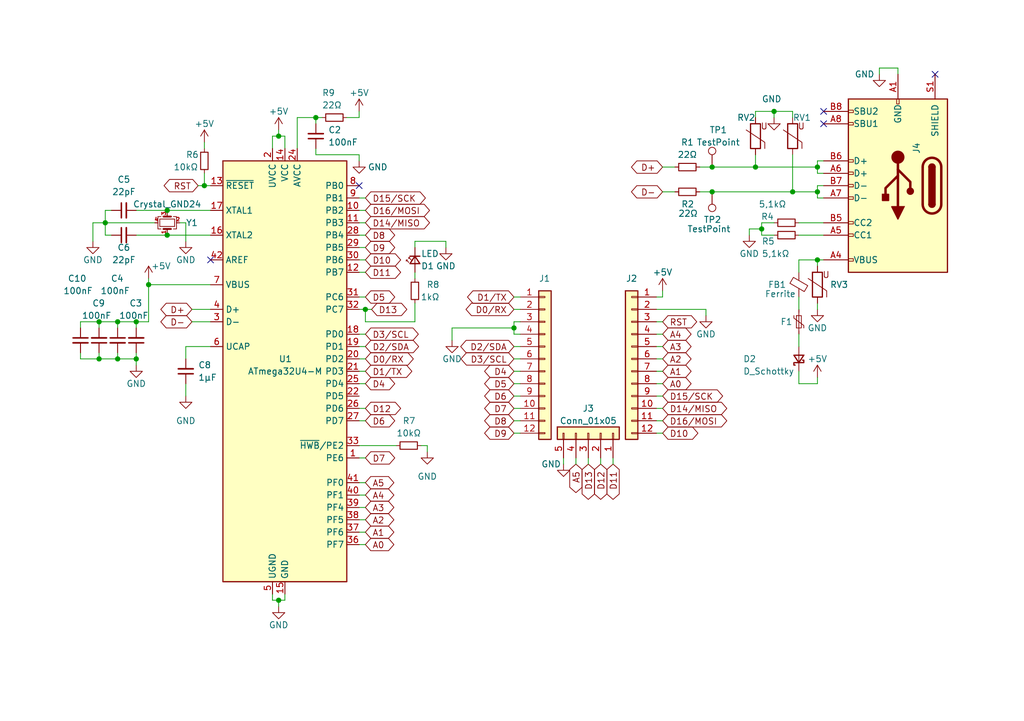
<source format=kicad_sch>
(kicad_sch (version 20211123) (generator eeschema)
  (paper "A5")
  (title_block (title "\"Epi\"") (date "2023-01-02") (rev "1,2,0") (company "Rasmus L."))
  (lib_symbols
    (symbol "Connector:TestPoint" (pin_numbers hide) (pin_names (offset 0.762) hide)
      (property "Reference" "TP" (at 0 6.858 0))
      (property "Value" "TestPoint" (at 0 5.08 0))
      (symbol "TestPoint_0_1"
        (circle (center 0 3.302) (radius 0.762))
      )
      (symbol "TestPoint_1_1"
        (pin passive line (at 0 0 90) (length 2.54) (name "1") (number "1"))
      )
    )
    (symbol "Connector:USB_C_Receptacle_USB2.0" (pin_names (offset 1.016))
      (property "Reference" "J" (at -10.16 19.05 0))
      (property "Value" "USB_C_Receptacle_USB2.0" (at 19.05 19.05 0))
      (symbol "USB_C_Receptacle_USB2.0_0_0"
        (rectangle (start -0.254 -17.78) (end 0.254 -16.764))
        (rectangle (start 10.16 -14.986) (end 9.144 -15.494))
        (rectangle (start 10.16 -12.446) (end 9.144 -12.954))
        (rectangle (start 10.16 -4.826) (end 9.144 -5.334))
        (rectangle (start 10.16 -2.286) (end 9.144 -2.794))
        (rectangle (start 10.16 0.254) (end 9.144 -0.254))
        (rectangle (start 10.16 2.794) (end 9.144 2.286))
        (rectangle (start 10.16 7.874) (end 9.144 7.366))
        (rectangle (start 10.16 10.414) (end 9.144 9.906))
        (rectangle (start 10.16 15.494) (end 9.144 14.986))
      )
      (symbol "USB_C_Receptacle_USB2.0_0_1"
        (rectangle (start -10.16 17.78) (end 10.16 -17.78) (stroke (width 0.254)) (fill (type background)))
        (arc (start -8.89 -3.81) (mid -6.985 -5.715) (end -5.08 -3.81) (stroke (width 0.508)))
        (arc (start -7.62 -3.81) (mid -6.985 -4.445) (end -6.35 -3.81) (stroke (width 0.254)))
        (arc (start -7.62 -3.81) (mid -6.985 -4.445) (end -6.35 -3.81) (stroke (width 0.254)) (fill (type outline)))
        (rectangle (start -7.62 -3.81) (end -6.35 3.81) (stroke (width 0.254)) (fill (type outline)))
        (arc (start -6.35 3.81) (mid -6.985 4.445) (end -7.62 3.81) (stroke (width 0.254)))
        (arc (start -6.35 3.81) (mid -6.985 4.445) (end -7.62 3.81) (stroke (width 0.254)) (fill (type outline)))
        (arc (start -5.08 3.81) (mid -6.985 5.715) (end -8.89 3.81) (stroke (width 0.508)))
        (circle (center -2.54 1.143) (radius 0.635) (stroke (width 0.254)) (fill (type outline)))
        (circle (center 0 -5.842) (radius 1.27) (fill (type outline)))
        (polyline (pts (xy -8.89 -3.81) (xy -8.89 3.81)) (stroke (width 0.508)))
        (polyline (pts (xy -5.08 3.81) (xy -5.08 -3.81)) (stroke (width 0.508)))
        (polyline (pts (xy 0 -5.842) (xy 0 4.318)) (stroke (width 0.508)))
        (polyline (pts (xy 0 -3.302) (xy -2.54 -0.762) (xy -2.54 0.508)) (stroke (width 0.508)))
        (polyline (pts (xy 0 -2.032) (xy 2.54 0.508) (xy 2.54 1.778)) (stroke (width 0.508)))
        (polyline (pts (xy -1.27 4.318) (xy 0 6.858) (xy 1.27 4.318) (xy -1.27 4.318)) (stroke (width 0.254)) (fill (type outline)))
        (rectangle (start 1.905 1.778) (end 3.175 3.048) (stroke (width 0.254)) (fill (type outline)))
      )
      (symbol "USB_C_Receptacle_USB2.0_1_1"
        (pin passive line (at 0 -22.86 90) (length 5.08) (name "GND") (number "A1"))
        (pin passive line (at 0 -22.86 90) (length 5.08) hide (name "GND") (number "A12"))
        (pin passive line (at 15.24 15.24 180) (length 5.08) (name "VBUS") (number "A4"))
        (pin bidirectional line (at 15.24 10.16 180) (length 5.08) (name "CC1") (number "A5"))
        (pin bidirectional line (at 15.24 -2.54 180) (length 5.08) (name "D+") (number "A6"))
        (pin bidirectional line (at 15.24 2.54 180) (length 5.08) (name "D-") (number "A7"))
        (pin bidirectional line (at 15.24 -12.7 180) (length 5.08) (name "SBU1") (number "A8"))
        (pin passive line (at 15.24 15.24 180) (length 5.08) hide (name "VBUS") (number "A9"))
        (pin passive line (at 0 -22.86 90) (length 5.08) hide (name "GND") (number "B1"))
        (pin passive line (at 0 -22.86 90) (length 5.08) hide (name "GND") (number "B12"))
        (pin passive line (at 15.24 15.24 180) (length 5.08) hide (name "VBUS") (number "B4"))
        (pin bidirectional line (at 15.24 7.62 180) (length 5.08) (name "CC2") (number "B5"))
        (pin bidirectional line (at 15.24 -5.08 180) (length 5.08) (name "D+") (number "B6"))
        (pin bidirectional line (at 15.24 0 180) (length 5.08) (name "D-") (number "B7"))
        (pin bidirectional line (at 15.24 -15.24 180) (length 5.08) (name "SBU2") (number "B8"))
        (pin passive line (at 15.24 15.24 180) (length 5.08) hide (name "VBUS") (number "B9"))
        (pin passive line (at -7.62 -22.86 90) (length 5.08) (name "SHIELD") (number "S1"))
      )
    )
    (symbol "Connector_Generic:Conn_01x05" (pin_names (offset 1.016) hide)
      (property "Reference" "J" (at 0 7.62 0))
      (property "Value" "Conn_01x05" (at 0 -7.62 0))
      (symbol "Conn_01x05_1_1"
        (rectangle (start -1.27 -4.953) (end 0 -5.207) (stroke (width 0.1524)))
        (rectangle (start -1.27 -2.413) (end 0 -2.667) (stroke (width 0.1524)))
        (rectangle (start -1.27 0.127) (end 0 -0.127) (stroke (width 0.1524)))
        (rectangle (start -1.27 2.667) (end 0 2.413) (stroke (width 0.1524)))
        (rectangle (start -1.27 5.207) (end 0 4.953) (stroke (width 0.1524)))
        (rectangle (start -1.27 6.35) (end 1.27 -6.35) (stroke (width 0.254)) (fill (type background)))
        (pin passive line (at -5.08 5.08 0) (length 3.81) (name "Pin_1") (number "1"))
        (pin passive line (at -5.08 2.54 0) (length 3.81) (name "Pin_2") (number "2"))
        (pin passive line (at -5.08 0 0) (length 3.81) (name "Pin_3") (number "3"))
        (pin passive line (at -5.08 -2.54 0) (length 3.81) (name "Pin_4") (number "4"))
        (pin passive line (at -5.08 -5.08 0) (length 3.81) (name "Pin_5") (number "5"))
      )
    )
    (symbol "Connector_Generic:Conn_01x12" (pin_names (offset 1.016) hide)
      (property "Reference" "J" (at 0 15.24 0))
      (property "Value" "Conn_01x12" (at 0 -17.78 0))
      (symbol "Conn_01x12_1_1"
        (rectangle (start -1.27 -15.113) (end 0 -15.367) (stroke (width 0.1524)))
        (rectangle (start -1.27 -12.573) (end 0 -12.827) (stroke (width 0.1524)))
        (rectangle (start -1.27 -10.033) (end 0 -10.287) (stroke (width 0.1524)))
        (rectangle (start -1.27 -7.493) (end 0 -7.747) (stroke (width 0.1524)))
        (rectangle (start -1.27 -4.953) (end 0 -5.207) (stroke (width 0.1524)))
        (rectangle (start -1.27 -2.413) (end 0 -2.667) (stroke (width 0.1524)))
        (rectangle (start -1.27 0.127) (end 0 -0.127) (stroke (width 0.1524)))
        (rectangle (start -1.27 2.667) (end 0 2.413) (stroke (width 0.1524)))
        (rectangle (start -1.27 5.207) (end 0 4.953) (stroke (width 0.1524)))
        (rectangle (start -1.27 7.747) (end 0 7.493) (stroke (width 0.1524)))
        (rectangle (start -1.27 10.287) (end 0 10.033) (stroke (width 0.1524)))
        (rectangle (start -1.27 12.827) (end 0 12.573) (stroke (width 0.1524)))
        (rectangle (start -1.27 13.97) (end 1.27 -16.51) (stroke (width 0.254)) (fill (type background)))
        (pin passive line (at -5.08 12.7 0) (length 3.81) (name "Pin_1") (number "1"))
        (pin passive line (at -5.08 -10.16 0) (length 3.81) (name "Pin_10") (number "10"))
        (pin passive line (at -5.08 -12.7 0) (length 3.81) (name "Pin_11") (number "11"))
        (pin passive line (at -5.08 -15.24 0) (length 3.81) (name "Pin_12") (number "12"))
        (pin passive line (at -5.08 10.16 0) (length 3.81) (name "Pin_2") (number "2"))
        (pin passive line (at -5.08 7.62 0) (length 3.81) (name "Pin_3") (number "3"))
        (pin passive line (at -5.08 5.08 0) (length 3.81) (name "Pin_4") (number "4"))
        (pin passive line (at -5.08 2.54 0) (length 3.81) (name "Pin_5") (number "5"))
        (pin passive line (at -5.08 0 0) (length 3.81) (name "Pin_6") (number "6"))
        (pin passive line (at -5.08 -2.54 0) (length 3.81) (name "Pin_7") (number "7"))
        (pin passive line (at -5.08 -5.08 0) (length 3.81) (name "Pin_8") (number "8"))
        (pin passive line (at -5.08 -7.62 0) (length 3.81) (name "Pin_9") (number "9"))
      )
    )
    (symbol "Device:C_Small" (pin_numbers hide) (pin_names (offset 0.254) hide)
      (property "Reference" "C" (at 0.254 1.778 0))
      (property "Value" "C_Small" (at 0.254 -2.032 0))
      (symbol "C_Small_0_1"
        (polyline (pts (xy -1.524 -0.508) (xy 1.524 -0.508)) (stroke (width 0.3302)))
        (polyline (pts (xy -1.524 0.508) (xy 1.524 0.508)) (stroke (width 0.3048)))
      )
      (symbol "C_Small_1_1"
        (pin passive line (at 0 2.54 270) (length 2.032) (name "~") (number "1"))
        (pin passive line (at 0 -2.54 90) (length 2.032) (name "~") (number "2"))
      )
    )
    (symbol "Device:Crystal_GND24_Small" (pin_names (offset 1.016) hide)
      (property "Reference" "Y" (at 1.27 4.445 0))
      (property "Value" "Crystal_GND24_Small" (at 1.27 2.54 0))
      (symbol "Crystal_GND24_Small_0_1"
        (rectangle (start -0.762 -1.524) (end 0.762 1.524))
        (polyline (pts (xy -1.27 -0.762) (xy -1.27 0.762)) (stroke (width 0.381)))
        (polyline (pts (xy 1.27 -0.762) (xy 1.27 0.762)) (stroke (width 0.381)))
        (polyline (pts (xy -1.27 -1.27) (xy -1.27 -1.905) (xy 1.27 -1.905) (xy 1.27 -1.27)))
        (polyline (pts (xy -1.27 1.27) (xy -1.27 1.905) (xy 1.27 1.905) (xy 1.27 1.27)))
      )
      (symbol "Crystal_GND24_Small_1_1"
        (pin passive line (at -2.54 0 0) (length 1.27) (name "1") (number "1"))
        (pin passive line (at 0 -2.54 90) (length 0.635) (name "2") (number "2"))
        (pin passive line (at 2.54 0 180) (length 1.27) (name "3") (number "3"))
        (pin passive line (at 0 2.54 270) (length 0.635) (name "4") (number "4"))
      )
    )
    (symbol "Device:D_Schottky_Small" (pin_numbers hide) (pin_names (offset 0.254) hide)
      (property "Reference" "D" (at -1.27 2.032 0))
      (property "Value" "D_Schottky_Small" (at -7.112 -2.032 0))
      (symbol "D_Schottky_Small_0_1"
        (polyline (pts (xy -0.762 0) (xy 0.762 0)))
        (polyline (pts (xy 0.762 -1.016) (xy -0.762 0) (xy 0.762 1.016) (xy 0.762 -1.016)) (stroke (width 0.254)))
        (polyline (pts (xy -1.27 0.762) (xy -1.27 1.016) (xy -0.762 1.016) (xy -0.762 -1.016) (xy -0.254 -1.016) (xy -0.254 -0.762)) (stroke (width 0.254)))
      )
      (symbol "D_Schottky_Small_1_1"
        (pin passive line (at -2.54 0 0) (length 1.778) (name "K") (number "1"))
        (pin passive line (at 2.54 0 180) (length 1.778) (name "A") (number "2"))
      )
    )
    (symbol "Device:FerriteBead_Small" (pin_numbers hide) (pin_names (offset 0))
      (property "Reference" "FB" (at 1.905 1.27 0))
      (property "Value" "FerriteBead_Small" (at 1.905 -1.27 0))
      (symbol "FerriteBead_Small_0_1"
        (polyline (pts (xy 0 -1.27) (xy 0 -0.7874)))
        (polyline (pts (xy 0 0.889) (xy 0 1.2954)))
        (polyline (pts (xy -1.8288 0.2794) (xy -1.1176 1.4986) (xy 1.8288 -0.2032) (xy 1.1176 -1.4224) (xy -1.8288 0.2794)))
      )
      (symbol "FerriteBead_Small_1_1"
        (pin passive line (at 0 2.54 270) (length 1.27) (name "~") (number "1"))
        (pin passive line (at 0 -2.54 90) (length 1.27) (name "~") (number "2"))
      )
    )
    (symbol "Device:LED_Small" (pin_numbers hide) (pin_names (offset 0.254) hide)
      (property "Reference" "D" (at -1.27 3.175 0))
      (property "Value" "LED_Small" (at -4.445 -2.54 0))
      (symbol "LED_Small_0_1"
        (polyline (pts (xy -0.762 -1.016) (xy -0.762 1.016)) (stroke (width 0.254)))
        (polyline (pts (xy 1.016 0) (xy -0.762 0)))
        (polyline (pts (xy 0.762 -1.016) (xy -0.762 0) (xy 0.762 1.016) (xy 0.762 -1.016)) (stroke (width 0.254)))
        (polyline (pts (xy 0 0.762) (xy -0.508 1.27) (xy -0.254 1.27) (xy -0.508 1.27) (xy -0.508 1.016)))
        (polyline (pts (xy 0.508 1.27) (xy 0 1.778) (xy 0.254 1.778) (xy 0 1.778) (xy 0 1.524)))
      )
      (symbol "LED_Small_1_1"
        (pin passive line (at -2.54 0 0) (length 1.778) (name "K") (number "1"))
        (pin passive line (at 2.54 0 180) (length 1.778) (name "A") (number "2"))
      )
    )
    (symbol "Device:Polyfuse_Small" (pin_numbers hide) (pin_names (offset 0))
      (property "Reference" "F" (at -1.905 0 90))
      (property "Value" "Polyfuse_Small" (at 1.905 0 90))
      (symbol "Polyfuse_Small_0_1"
        (rectangle (start -0.508 1.27) (end 0.508 -1.27))
        (polyline (pts (xy 0 2.54) (xy 0 -2.54)))
        (polyline (pts (xy -1.016 1.27) (xy -1.016 0.762) (xy 1.016 -0.762) (xy 1.016 -1.27)))
      )
      (symbol "Polyfuse_Small_1_1"
        (pin passive line (at 0 2.54 270) (length 0.635) (name "~") (number "1"))
        (pin passive line (at 0 -2.54 90) (length 0.635) (name "~") (number "2"))
      )
    )
    (symbol "Device:R_Small" (pin_numbers hide) (pin_names (offset 0.254) hide)
      (property "Reference" "R" (at 0.762 0.508 0))
      (property "Value" "R_Small" (at 0.762 -1.016 0))
      (symbol "R_Small_0_1"
        (rectangle (start -0.762 1.778) (end 0.762 -1.778) (stroke (width 0.2032)))
      )
      (symbol "R_Small_1_1"
        (pin passive line (at 0 2.54 270) (length 0.762) (name "~") (number "1"))
        (pin passive line (at 0 -2.54 90) (length 0.762) (name "~") (number "2"))
      )
    )
    (symbol "Device:Varistor" (pin_numbers hide) (pin_names (offset 0))
      (property "Reference" "RV" (at 3.175 0 90))
      (property "Value" "Varistor" (at -3.175 0 90))
      (symbol "Varistor_0_0"
        (text "U" (at -1.778 -2.032 0) (effects (font (size 1.27 1.27))))
      )
      (symbol "Varistor_0_1"
        (rectangle (start -1.016 -2.54) (end 1.016 2.54) (stroke (width 0.254)))
        (polyline (pts (xy -1.905 2.54) (xy -1.905 1.27) (xy 1.905 -1.27)))
      )
      (symbol "Varistor_1_1"
        (pin passive line (at 0 3.81 270) (length 1.27) (name "~") (number "1"))
        (pin passive line (at 0 -3.81 90) (length 1.27) (name "~") (number "2"))
      )
    )
    (symbol "MCU_Microchip_ATmega:ATmega32U4-M"
      (property "Reference" "U" (at -12.7 44.45 0))
      (property "Value" "ATmega32U4-M" (at 2.54 -44.45 0))
      (symbol "ATmega32U4-M_0_1"
        (rectangle (start -12.7 -43.18) (end 12.7 43.18) (stroke (width 0.254)) (fill (type background)))
      )
      (symbol "ATmega32U4-M_1_1"
        (pin bidirectional line (at 15.24 -17.78 180) (length 2.54) (name "PE6") (number "1"))
        (pin bidirectional line (at 15.24 33.02 180) (length 2.54) (name "PB2") (number "10"))
        (pin bidirectional line (at 15.24 30.48 180) (length 2.54) (name "PB3") (number "11"))
        (pin bidirectional line (at 15.24 20.32 180) (length 2.54) (name "PB7") (number "12"))
        (pin input line (at -15.24 38.1 0) (length 2.54) (name "~{RESET}") (number "13"))
        (pin power_in line (at 0 45.72 270) (length 2.54) (name "VCC") (number "14"))
        (pin power_in line (at 0 -45.72 90) (length 2.54) (name "GND") (number "15"))
        (pin output line (at -15.24 27.94 0) (length 2.54) (name "XTAL2") (number "16"))
        (pin input line (at -15.24 33.02 0) (length 2.54) (name "XTAL1") (number "17"))
        (pin bidirectional line (at 15.24 7.62 180) (length 2.54) (name "PD0") (number "18"))
        (pin bidirectional line (at 15.24 5.08 180) (length 2.54) (name "PD1") (number "19"))
        (pin power_in line (at -2.54 45.72 270) (length 2.54) (name "UVCC") (number "2"))
        (pin bidirectional line (at 15.24 2.54 180) (length 2.54) (name "PD2") (number "20"))
        (pin bidirectional line (at 15.24 0 180) (length 2.54) (name "PD3") (number "21"))
        (pin bidirectional line (at 15.24 -5.08 180) (length 2.54) (name "PD5") (number "22"))
        (pin passive line (at 0 -45.72 90) (length 2.54) hide (name "GND") (number "23"))
        (pin power_in line (at 2.54 45.72 270) (length 2.54) (name "AVCC") (number "24"))
        (pin bidirectional line (at 15.24 -2.54 180) (length 2.54) (name "PD4") (number "25"))
        (pin bidirectional line (at 15.24 -7.62 180) (length 2.54) (name "PD6") (number "26"))
        (pin bidirectional line (at 15.24 -10.16 180) (length 2.54) (name "PD7") (number "27"))
        (pin bidirectional line (at 15.24 27.94 180) (length 2.54) (name "PB4") (number "28"))
        (pin bidirectional line (at 15.24 25.4 180) (length 2.54) (name "PB5") (number "29"))
        (pin bidirectional line (at -15.24 10.16 0) (length 2.54) (name "D-") (number "3"))
        (pin bidirectional line (at 15.24 22.86 180) (length 2.54) (name "PB6") (number "30"))
        (pin bidirectional line (at 15.24 15.24 180) (length 2.54) (name "PC6") (number "31"))
        (pin bidirectional line (at 15.24 12.7 180) (length 2.54) (name "PC7") (number "32"))
        (pin bidirectional line (at 15.24 -15.24 180) (length 2.54) (name "~{HWB}/PE2") (number "33"))
        (pin passive line (at 0 45.72 270) (length 2.54) hide (name "VCC") (number "34"))
        (pin passive line (at 0 -45.72 90) (length 2.54) hide (name "GND") (number "35"))
        (pin bidirectional line (at 15.24 -35.56 180) (length 2.54) (name "PF7") (number "36"))
        (pin bidirectional line (at 15.24 -33.02 180) (length 2.54) (name "PF6") (number "37"))
        (pin bidirectional line (at 15.24 -30.48 180) (length 2.54) (name "PF5") (number "38"))
        (pin bidirectional line (at 15.24 -27.94 180) (length 2.54) (name "PF4") (number "39"))
        (pin bidirectional line (at -15.24 12.7 0) (length 2.54) (name "D+") (number "4"))
        (pin bidirectional line (at 15.24 -25.4 180) (length 2.54) (name "PF1") (number "40"))
        (pin bidirectional line (at 15.24 -22.86 180) (length 2.54) (name "PF0") (number "41"))
        (pin passive line (at -15.24 22.86 0) (length 2.54) (name "AREF") (number "42"))
        (pin passive line (at 0 -45.72 90) (length 2.54) hide (name "GND") (number "43"))
        (pin passive line (at 2.54 45.72 270) (length 2.54) hide (name "AVCC") (number "44"))
        (pin passive line (at 0 -45.72 90) (length 2.54) hide (name "GND") (number "45"))
        (pin passive line (at -2.54 -45.72 90) (length 2.54) (name "UGND") (number "5"))
        (pin passive line (at -15.24 5.08 0) (length 2.54) (name "UCAP") (number "6"))
        (pin input line (at -15.24 17.78 0) (length 2.54) (name "VBUS") (number "7"))
        (pin bidirectional line (at 15.24 38.1 180) (length 2.54) (name "PB0") (number "8"))
        (pin bidirectional line (at 15.24 35.56 180) (length 2.54) (name "PB1") (number "9"))
      )
    )
    (symbol "power:+5V" (power) (pin_names (offset 0))
      (property "Value" "+5V" (at 0 3.556 0))
      (symbol "+5V_0_1"
        (polyline (pts (xy -0.762 1.27) (xy 0 2.54)))
        (polyline (pts (xy 0 0) (xy 0 2.54)))
        (polyline (pts (xy 0 2.54) (xy 0.762 1.27)))
      )
      (symbol "+5V_1_1"
        (pin power_in line (at 0 0 90) (length 0) hide (name "+5V") (number "1"))
      )
    )
    (symbol "power:GND" (power) (pin_names (offset 0))
      (property "Value" "GND" (at 0 -3.81 0))
      (symbol "GND_0_1"
        (polyline (pts (xy 0 0) (xy 0 -1.27) (xy 1.27 -1.27) (xy 0 -2.54) (xy -1.27 -1.27) (xy 0 -1.27)))
      )
      (symbol "GND_1_1"
        (pin power_in line (at 0 0 270) (length 0) hide (name "GND") (number "1"))
      )
    )
  )
  (junction (at 146.05 34.29))
  (junction (at 146.05 39.37))
  (junction (at 24.13 66.04))
  (junction (at 41.91 38.1))
  (junction (at 158.75 22.86))
  (junction (at 20.32 73.66))
  (junction (at 154.94 34.29))
  (junction (at 57.15 123.19))
  (junction (at 30.48 58.42))
  (junction (at 167.64 34.29))
  (junction (at 167.64 39.37))
  (junction (at 24.13 73.66))
  (junction (at 57.15 27.94))
  (junction (at 156.21 46.99))
  (junction (at 34.29 48.26))
  (junction (at 167.64 53.34))
  (junction (at 105.41 67.31))
  (junction (at 20.32 66.04))
  (junction (at 27.94 66.04))
  (junction (at 74.93 63.5))
  (junction (at 34.29 43.18))
  (junction (at 27.94 73.66))
  (junction (at 162.56 39.37))
  (junction (at 64.77 24.13))
  (junction (at 21.59 45.72))
  (no_connect (at 168.91 22.86))
  (no_connect (at 191.77 15.24))
  (no_connect (at 43.18 53.34))
  (no_connect (at 73.66 38.1))
  (no_connect (at 168.91 25.4))
  (wire (pts (xy 158.75 45.72) (xy 156.21 45.72)))
  (wire (pts (xy 39.37 63.5) (xy 43.18 63.5)))
  (wire (pts (xy 24.13 67.31) (xy 24.13 66.04)))
  (wire (pts (xy 163.83 76.2) (xy 163.83 78.74)))
  (wire (pts (xy 105.41 66.04) (xy 106.68 66.04)))
  (wire (pts (xy 87.63 91.44) (xy 86.36 91.44)))
  (wire (pts (xy 163.83 68.58) (xy 163.83 71.12)))
  (wire (pts (xy 30.48 58.42) (xy 30.48 66.04)))
  (wire (pts (xy 21.59 45.72) (xy 21.59 48.26)))
  (wire (pts (xy 105.41 63.5) (xy 106.68 63.5)))
  (wire (pts (xy 118.11 93.98) (xy 118.11 95.25)))
  (wire (pts (xy 73.66 50.8) (xy 74.93 50.8)))
  (wire (pts (xy 73.66 40.64) (xy 74.93 40.64)))
  (wire (pts (xy 21.59 45.72) (xy 31.75 45.72)))
  (wire (pts (xy 73.66 71.12) (xy 74.93 71.12)))
  (wire (pts (xy 85.09 66.04) (xy 74.93 66.04)))
  (wire (pts (xy 135.89 60.96) (xy 135.89 59.69)))
  (wire (pts (xy 34.29 43.18) (xy 43.18 43.18)))
  (wire (pts (xy 87.63 92.71) (xy 87.63 91.44)))
  (wire (pts (xy 60.96 24.13) (xy 60.96 30.48)))
  (wire (pts (xy 38.1 78.74) (xy 38.1 81.28)))
  (wire (pts (xy 105.41 88.9) (xy 106.68 88.9)))
  (wire (pts (xy 73.66 76.2) (xy 74.93 76.2)))
  (wire (pts (xy 60.96 24.13) (xy 64.77 24.13)))
  (wire (pts (xy 105.41 68.58) (xy 106.68 68.58)))
  (wire (pts (xy 16.51 73.66) (xy 20.32 73.66)))
  (wire (pts (xy 57.15 27.94) (xy 58.42 27.94)))
  (wire (pts (xy 73.66 55.88) (xy 74.93 55.88)))
  (wire (pts (xy 163.83 53.34) (xy 167.64 53.34)))
  (wire (pts (xy 57.15 123.19) (xy 57.15 124.46)))
  (wire (pts (xy 27.94 73.66) (xy 27.94 72.39)))
  (wire (pts (xy 105.41 81.28) (xy 106.68 81.28)))
  (wire (pts (xy 85.09 62.23) (xy 85.09 66.04)))
  (wire (pts (xy 73.66 91.44) (xy 81.28 91.44)))
  (wire (pts (xy 73.66 31.75) (xy 64.77 31.75)))
  (wire (pts (xy 38.1 71.12) (xy 43.18 71.12)))
  (wire (pts (xy 57.15 123.19) (xy 58.42 123.19)))
  (wire (pts (xy 55.88 30.48) (xy 55.88 27.94)))
  (wire (pts (xy 134.62 86.36) (xy 135.89 86.36)))
  (wire (pts (xy 105.41 66.04) (xy 105.41 67.31)))
  (wire (pts (xy 20.32 72.39) (xy 20.32 73.66)))
  (wire (pts (xy 41.91 29.21) (xy 41.91 30.48)))
  (wire (pts (xy 73.66 106.68) (xy 74.93 106.68)))
  (wire (pts (xy 156.21 45.72) (xy 156.21 46.99)))
  (wire (pts (xy 73.66 60.96) (xy 74.93 60.96)))
  (wire (pts (xy 167.64 39.37) (xy 162.56 39.37)))
  (wire (pts (xy 167.64 78.74) (xy 163.83 78.74)))
  (wire (pts (xy 123.19 93.98) (xy 123.19 95.25)))
  (wire (pts (xy 153.67 46.99) (xy 156.21 46.99)))
  (wire (pts (xy 21.59 48.26) (xy 22.86 48.26)))
  (wire (pts (xy 134.62 63.5) (xy 144.78 63.5)))
  (wire (pts (xy 73.66 24.13) (xy 71.12 24.13)))
  (wire (pts (xy 73.66 33.02) (xy 73.66 31.75)))
  (wire (pts (xy 73.66 101.6) (xy 74.93 101.6)))
  (wire (pts (xy 73.66 86.36) (xy 74.93 86.36)))
  (wire (pts (xy 27.94 73.66) (xy 27.94 74.93)))
  (wire (pts (xy 105.41 78.74) (xy 106.68 78.74)))
  (wire (pts (xy 24.13 72.39) (xy 24.13 73.66)))
  (wire (pts (xy 55.88 27.94) (xy 57.15 27.94)))
  (wire (pts (xy 30.48 58.42) (xy 43.18 58.42)))
  (wire (pts (xy 21.59 43.18) (xy 21.59 45.72)))
  (wire (pts (xy 134.62 66.04) (xy 135.89 66.04)))
  (wire (pts (xy 153.67 48.26) (xy 153.67 46.99)))
  (wire (pts (xy 146.05 34.29) (xy 143.51 34.29)))
  (wire (pts (xy 134.62 76.2) (xy 135.89 76.2)))
  (wire (pts (xy 167.64 35.56) (xy 168.91 35.56)))
  (wire (pts (xy 73.66 104.14) (xy 74.93 104.14)))
  (wire (pts (xy 73.66 109.22) (xy 74.93 109.22)))
  (wire (pts (xy 27.94 43.18) (xy 34.29 43.18)))
  (wire (pts (xy 168.91 45.72) (xy 163.83 45.72)))
  (wire (pts (xy 146.05 39.37) (xy 162.56 39.37)))
  (wire (pts (xy 167.64 38.1) (xy 168.91 38.1)))
  (wire (pts (xy 144.78 63.5) (xy 144.78 64.77)))
  (wire (pts (xy 167.64 33.02) (xy 168.91 33.02)))
  (wire (pts (xy 180.34 15.24) (xy 180.34 13.97)))
  (wire (pts (xy 162.56 22.86) (xy 162.56 24.13)))
  (wire (pts (xy 41.91 35.56) (xy 41.91 38.1)))
  (wire (pts (xy 92.71 67.31) (xy 105.41 67.31)))
  (wire (pts (xy 154.94 31.75) (xy 154.94 34.29)))
  (wire (pts (xy 134.62 73.66) (xy 135.89 73.66)))
  (wire (pts (xy 167.64 34.29) (xy 167.64 35.56)))
  (wire (pts (xy 74.93 63.5) (xy 76.2 63.5)))
  (wire (pts (xy 19.05 49.53) (xy 19.05 45.72)))
  (wire (pts (xy 163.83 60.96) (xy 163.83 63.5)))
  (wire (pts (xy 74.93 66.04) (xy 74.93 63.5)))
  (wire (pts (xy 105.41 67.31) (xy 105.41 68.58)))
  (wire (pts (xy 85.09 55.88) (xy 85.09 57.15)))
  (wire (pts (xy 167.64 38.1) (xy 167.64 39.37)))
  (wire (pts (xy 64.77 31.75) (xy 64.77 30.48)))
  (wire (pts (xy 138.43 34.29) (xy 135.89 34.29)))
  (wire (pts (xy 105.41 86.36) (xy 106.68 86.36)))
  (wire (pts (xy 38.1 45.72) (xy 38.1 49.53)))
  (wire (pts (xy 146.05 39.37) (xy 143.51 39.37)))
  (wire (pts (xy 24.13 73.66) (xy 27.94 73.66)))
  (wire (pts (xy 16.51 66.04) (xy 20.32 66.04)))
  (wire (pts (xy 154.94 22.86) (xy 158.75 22.86)))
  (wire (pts (xy 73.66 83.82) (xy 74.93 83.82)))
  (wire (pts (xy 125.73 93.98) (xy 125.73 95.25)))
  (wire (pts (xy 92.71 69.85) (xy 92.71 67.31)))
  (wire (pts (xy 167.64 53.34) (xy 168.91 53.34)))
  (wire (pts (xy 156.21 46.99) (xy 156.21 48.26)))
  (wire (pts (xy 167.64 62.23) (xy 167.64 63.5)))
  (wire (pts (xy 30.48 66.04) (xy 27.94 66.04)))
  (wire (pts (xy 120.65 93.98) (xy 120.65 95.25)))
  (wire (pts (xy 105.41 83.82) (xy 106.68 83.82)))
  (wire (pts (xy 64.77 24.13) (xy 66.04 24.13)))
  (wire (pts (xy 158.75 48.26) (xy 156.21 48.26)))
  (wire (pts (xy 134.62 81.28) (xy 135.89 81.28)))
  (wire (pts (xy 40.64 38.1) (xy 41.91 38.1)))
  (wire (pts (xy 91.44 49.53) (xy 91.44 50.8)))
  (wire (pts (xy 167.64 53.34) (xy 167.64 54.61)))
  (wire (pts (xy 73.66 53.34) (xy 74.93 53.34)))
  (wire (pts (xy 85.09 50.8) (xy 85.09 49.53)))
  (wire (pts (xy 73.66 73.66) (xy 74.93 73.66)))
  (wire (pts (xy 105.41 71.12) (xy 106.68 71.12)))
  (wire (pts (xy 138.43 39.37) (xy 135.89 39.37)))
  (wire (pts (xy 105.41 76.2) (xy 106.68 76.2)))
  (wire (pts (xy 154.94 24.13) (xy 154.94 22.86)))
  (wire (pts (xy 74.93 63.5) (xy 73.66 63.5)))
  (wire (pts (xy 105.41 73.66) (xy 106.68 73.66)))
  (wire (pts (xy 39.37 66.04) (xy 43.18 66.04)))
  (wire (pts (xy 57.15 26.67) (xy 57.15 27.94)))
  (wire (pts (xy 34.29 48.26) (xy 43.18 48.26)))
  (wire (pts (xy 167.64 39.37) (xy 167.64 40.64)))
  (wire (pts (xy 19.05 45.72) (xy 21.59 45.72)))
  (wire (pts (xy 73.66 99.06) (xy 74.93 99.06)))
  (wire (pts (xy 30.48 57.15) (xy 30.48 58.42)))
  (wire (pts (xy 167.64 34.29) (xy 167.64 33.02)))
  (wire (pts (xy 73.66 68.58) (xy 74.93 68.58)))
  (wire (pts (xy 73.66 48.26) (xy 74.93 48.26)))
  (wire (pts (xy 16.51 72.39) (xy 16.51 73.66)))
  (wire (pts (xy 167.64 40.64) (xy 168.91 40.64)))
  (wire (pts (xy 55.88 123.19) (xy 55.88 121.92)))
  (wire (pts (xy 36.83 45.72) (xy 38.1 45.72)))
  (wire (pts (xy 134.62 88.9) (xy 135.89 88.9)))
  (wire (pts (xy 115.57 93.98) (xy 115.57 95.25)))
  (wire (pts (xy 24.13 66.04) (xy 27.94 66.04)))
  (wire (pts (xy 163.83 53.34) (xy 163.83 55.88)))
  (wire (pts (xy 168.91 48.26) (xy 163.83 48.26)))
  (wire (pts (xy 64.77 24.13) (xy 64.77 25.4)))
  (wire (pts (xy 73.66 111.76) (xy 74.93 111.76)))
  (wire (pts (xy 134.62 83.82) (xy 135.89 83.82)))
  (wire (pts (xy 38.1 73.66) (xy 38.1 71.12)))
  (wire (pts (xy 41.91 38.1) (xy 43.18 38.1)))
  (wire (pts (xy 154.94 34.29) (xy 167.64 34.29)))
  (wire (pts (xy 73.66 43.18) (xy 74.93 43.18)))
  (wire (pts (xy 73.66 78.74) (xy 74.93 78.74)))
  (wire (pts (xy 146.05 34.29) (xy 154.94 34.29)))
  (wire (pts (xy 73.66 22.86) (xy 73.66 24.13)))
  (wire (pts (xy 22.86 43.18) (xy 21.59 43.18)))
  (wire (pts (xy 27.94 48.26) (xy 34.29 48.26)))
  (wire (pts (xy 134.62 71.12) (xy 135.89 71.12)))
  (wire (pts (xy 158.75 22.86) (xy 158.75 24.13)))
  (wire (pts (xy 16.51 67.31) (xy 16.51 66.04)))
  (wire (pts (xy 162.56 31.75) (xy 162.56 39.37)))
  (wire (pts (xy 158.75 22.86) (xy 162.56 22.86)))
  (wire (pts (xy 27.94 66.04) (xy 27.94 67.31)))
  (wire (pts (xy 85.09 49.53) (xy 91.44 49.53)))
  (wire (pts (xy 134.62 68.58) (xy 135.89 68.58)))
  (wire (pts (xy 20.32 73.66) (xy 24.13 73.66)))
  (wire (pts (xy 134.62 78.74) (xy 135.89 78.74)))
  (wire (pts (xy 167.64 77.47) (xy 167.64 78.74)))
  (wire (pts (xy 180.34 13.97) (xy 184.15 13.97)))
  (wire (pts (xy 57.15 123.19) (xy 55.88 123.19)))
  (wire (pts (xy 134.62 60.96) (xy 135.89 60.96)))
  (wire (pts (xy 20.32 67.31) (xy 20.32 66.04)))
  (wire (pts (xy 184.15 13.97) (xy 184.15 15.24)))
  (wire (pts (xy 73.66 45.72) (xy 74.93 45.72)))
  (wire (pts (xy 73.66 93.98) (xy 74.93 93.98)))
  (wire (pts (xy 58.42 27.94) (xy 58.42 30.48)))
  (wire (pts (xy 20.32 66.04) (xy 24.13 66.04)))
  (wire (pts (xy 58.42 121.92) (xy 58.42 123.19)))
  (wire (pts (xy 105.41 60.96) (xy 106.68 60.96)))
  (global_label "D16{slash}MOSI" (shape bidirectional) (at 135.89 86.36 0) (property "Intersheet References" "${INTERSHEET_REFS}" (effects hide)))
  (global_label "A0" (shape bidirectional) (at 135.89 78.74 0) (property "Intersheet References" "${INTERSHEET_REFS}" (effects hide)))
  (global_label "RST" (shape bidirectional) (at 40.64 38.1 180) (property "Intersheet References" "${INTERSHEET_REFS}" (effects hide)))
  (global_label "D5" (shape bidirectional) (at 105.41 78.74 180) (property "Intersheet References" "${INTERSHEET_REFS}" (effects hide)))
  (global_label "D10" (shape bidirectional) (at 135.89 88.9 0) (property "Intersheet References" "${INTERSHEET_REFS}" (effects hide)))
  (global_label "D5" (shape bidirectional) (at 74.93 60.96 0) (property "Intersheet References" "${INTERSHEET_REFS}" (effects hide)))
  (global_label "D14{slash}MISO" (shape bidirectional) (at 74.93 45.72 0) (property "Intersheet References" "${INTERSHEET_REFS}" (effects hide)))
  (global_label "D4" (shape bidirectional) (at 74.93 78.74 0) (property "Intersheet References" "${INTERSHEET_REFS}" (effects hide)))
  (global_label "A5" (shape bidirectional) (at 118.11 95.25 270) (property "Intersheet References" "${INTERSHEET_REFS}" (effects hide)))
  (global_label "D15{slash}SCK" (shape bidirectional) (at 135.89 81.28 0) (property "Intersheet References" "${INTERSHEET_REFS}" (effects hide)))
  (global_label "D1{slash}TX" (shape bidirectional) (at 74.93 76.2 0) (property "Intersheet References" "${INTERSHEET_REFS}" (effects hide)))
  (global_label "D8" (shape bidirectional) (at 74.93 48.26 0) (property "Intersheet References" "${INTERSHEET_REFS}" (effects hide)))
  (global_label "D6" (shape bidirectional) (at 74.93 86.36 0) (property "Intersheet References" "${INTERSHEET_REFS}" (effects hide)))
  (global_label "D14{slash}MISO" (shape bidirectional) (at 135.89 83.82 0) (property "Intersheet References" "${INTERSHEET_REFS}" (effects hide)))
  (global_label "D16{slash}MOSI" (shape bidirectional) (at 74.93 43.18 0) (property "Intersheet References" "${INTERSHEET_REFS}" (effects hide)))
  (global_label "D6" (shape bidirectional) (at 105.41 81.28 180) (property "Intersheet References" "${INTERSHEET_REFS}" (effects hide)))
  (global_label "D-" (shape bidirectional) (at 39.37 66.04 180) (property "Intersheet References" "${INTERSHEET_REFS}" (effects hide)))
  (global_label "D12" (shape bidirectional) (at 123.19 95.25 270) (property "Intersheet References" "${INTERSHEET_REFS}" (effects hide)))
  (global_label "D7" (shape bidirectional) (at 105.41 83.82 180) (property "Intersheet References" "${INTERSHEET_REFS}" (effects hide)))
  (global_label "D1{slash}TX" (shape bidirectional) (at 105.41 60.96 180) (property "Intersheet References" "${INTERSHEET_REFS}" (effects hide)))
  (global_label "D7" (shape bidirectional) (at 74.93 93.98 0) (property "Intersheet References" "${INTERSHEET_REFS}" (effects hide)))
  (global_label "D2{slash}SDA" (shape bidirectional) (at 74.93 71.12 0) (property "Intersheet References" "${INTERSHEET_REFS}" (effects hide)))
  (global_label "A4" (shape bidirectional) (at 135.89 68.58 0) (property "Intersheet References" "${INTERSHEET_REFS}" (effects hide)))
  (global_label "A3" (shape bidirectional) (at 135.89 71.12 0) (property "Intersheet References" "${INTERSHEET_REFS}" (effects hide)))
  (global_label "D0{slash}RX" (shape bidirectional) (at 105.41 63.5 180) (property "Intersheet References" "${INTERSHEET_REFS}" (effects hide)))
  (global_label "A2" (shape bidirectional) (at 74.93 106.68 0) (property "Intersheet References" "${INTERSHEET_REFS}" (effects hide)))
  (global_label "D9" (shape bidirectional) (at 74.93 50.8 0) (property "Intersheet References" "${INTERSHEET_REFS}" (effects hide)))
  (global_label "D13" (shape bidirectional) (at 76.2 63.5 0) (property "Intersheet References" "${INTERSHEET_REFS}" (effects hide)))
  (global_label "D12" (shape bidirectional) (at 74.93 83.82 0) (property "Intersheet References" "${INTERSHEET_REFS}" (effects hide)))
  (global_label "D9" (shape bidirectional) (at 105.41 88.9 180) (property "Intersheet References" "${INTERSHEET_REFS}" (effects hide)))
  (global_label "D2{slash}SDA" (shape bidirectional) (at 105.41 71.12 180) (property "Intersheet References" "${INTERSHEET_REFS}" (effects hide)))
  (global_label "D4" (shape bidirectional) (at 105.41 76.2 180) (property "Intersheet References" "${INTERSHEET_REFS}" (effects hide)))
  (global_label "D11" (shape bidirectional) (at 74.93 55.88 0) (property "Intersheet References" "${INTERSHEET_REFS}" (effects hide)))
  (global_label "D3{slash}SCL" (shape bidirectional) (at 74.93 68.58 0) (property "Intersheet References" "${INTERSHEET_REFS}" (effects hide)))
  (global_label "A1" (shape bidirectional) (at 135.89 76.2 0) (property "Intersheet References" "${INTERSHEET_REFS}" (effects hide)))
  (global_label "A4" (shape bidirectional) (at 74.93 101.6 0) (property "Intersheet References" "${INTERSHEET_REFS}" (effects hide)))
  (global_label "D0{slash}RX" (shape bidirectional) (at 74.93 73.66 0) (property "Intersheet References" "${INTERSHEET_REFS}" (effects hide)))
  (global_label "D8" (shape bidirectional) (at 105.41 86.36 180) (property "Intersheet References" "${INTERSHEET_REFS}" (effects hide)))
  (global_label "D-" (shape bidirectional) (at 135.89 39.37 180) (property "Intersheet References" "${INTERSHEET_REFS}" (effects hide)))
  (global_label "RST" (shape bidirectional) (at 135.89 66.04 0) (property "Intersheet References" "${INTERSHEET_REFS}" (effects hide)))
  (global_label "A2" (shape bidirectional) (at 135.89 73.66 0) (property "Intersheet References" "${INTERSHEET_REFS}" (effects hide)))
  (global_label "A5" (shape bidirectional) (at 74.93 99.06 0) (property "Intersheet References" "${INTERSHEET_REFS}" (effects hide)))
  (global_label "D3{slash}SCL" (shape bidirectional) (at 105.41 73.66 180) (property "Intersheet References" "${INTERSHEET_REFS}" (effects hide)))
  (global_label "D+" (shape bidirectional) (at 135.89 34.29 180) (property "Intersheet References" "${INTERSHEET_REFS}" (effects hide)))
  (global_label "D13" (shape bidirectional) (at 120.65 95.25 270) (property "Intersheet References" "${INTERSHEET_REFS}" (effects hide)))
  (global_label "A3" (shape bidirectional) (at 74.93 104.14 0) (property "Intersheet References" "${INTERSHEET_REFS}" (effects hide)))
  (global_label "D10" (shape bidirectional) (at 74.93 53.34 0) (property "Intersheet References" "${INTERSHEET_REFS}" (effects hide)))
  (global_label "A1" (shape bidirectional) (at 74.93 109.22 0) (property "Intersheet References" "${INTERSHEET_REFS}" (effects hide)))
  (global_label "D15{slash}SCK" (shape bidirectional) (at 74.93 40.64 0) (property "Intersheet References" "${INTERSHEET_REFS}" (effects hide)))
  (global_label "A0" (shape bidirectional) (at 74.93 111.76 0) (property "Intersheet References" "${INTERSHEET_REFS}" (effects hide)))
  (global_label "D+" (shape bidirectional) (at 39.37 63.5 180) (property "Intersheet References" "${INTERSHEET_REFS}" (effects hide)))
  (global_label "D11" (shape bidirectional) (at 125.73 95.25 270) (property "Intersheet References" "${INTERSHEET_REFS}" (effects hide)))
  (symbol (lib_id "Device:R_Small") (at 68.58 24.13 270) (unit 1)
    (property "Reference" "R9" (at 66.04 19.05 90) (effects (justify left)))
    (property "Value" "22Ω" (at 66.04 21.59 90) (effects (justify left)))
    (property "Footprint" "Resistor_SMD:R_0402_1005Metric" (effects hide))
  )
  (symbol (lib_id "Device:R_Small") (at 140.97 39.37 270) (unit 1)
    (property "Reference" "R2" (at 139.7 41.91 90) (effects (justify left)))
    (property "Value" "22Ω" (at 139.065 43.815 90) (effects (justify left)))
    (property "Footprint" "Resistor_SMD:R_0402_1005Metric" (effects hide))
  )
  (symbol (lib_id "Device:C_Small") (at 24.13 69.85 0) (mirror y) (unit 1)
    (property "Reference" "C4" (at 25.4 57.15 0) (effects (justify left)))
    (property "Value" "100nF" (at 26.67 59.69 0) (effects (justify left)))
    (property "Footprint" "Capacitor_SMD:C_0402_1005Metric" (effects hide))
  )
  (symbol (lib_id "power:GND") (at 91.44 50.8 0) (unit 1)
    (property "Reference" "#PWR0119" (effects hide))
    (property "Value" "GND" (at 91.44 54.61 0))
  )
  (symbol (lib_id "Device:R_Small") (at 85.09 59.69 180) (unit 1)
    (property "Reference" "R8" (at 90.17 58.42 0) (effects (justify left)))
    (property "Value" "1kΩ" (at 90.17 60.96 0) (effects (justify left)))
    (property "Footprint" "Resistor_SMD:R_0402_1005Metric" (effects hide))
  )
  (symbol (lib_id "power:+5V") (at 41.91 29.21 0) (unit 1)
    (property "Reference" "#PWR0114" (effects hide))
    (property "Value" "+5V" (at 41.91 25.4 0))
  )
  (symbol (lib_id "Device:R_Small") (at 161.29 45.72 90) (unit 1)
    (property "Reference" "R4" (at 158.75 44.45 90) (effects (justify left)))
    (property "Value" "5,1kΩ" (at 161.29 41.91 90) (effects (justify left)))
    (property "Footprint" "Resistor_SMD:R_0402_1005Metric" (effects hide))
  )
  (symbol (lib_id "Device:C_Small") (at 20.32 69.85 0) (mirror x) (unit 1)
    (property "Reference" "C9" (at 21.59 62.23 0) (effects (justify right)))
    (property "Value" "100nF" (at 22.86 64.77 0) (effects (justify right)))
    (property "Footprint" "Capacitor_SMD:C_0402_1005Metric" (effects hide))
  )
  (symbol (lib_id "Device:D_Schottky_Small") (at 163.83 73.66 90) (unit 1)
    (property "Reference" "D2" (at 152.4 73.66 90) (effects (justify right)))
    (property "Value" "D_Schottky" (at 152.4 76.2 90) (effects (justify right)))
    (property "Footprint" "DIY:SOD323_bättre" (effects hide))
  )
  (symbol (lib_id "power:GND") (at 87.63 92.71 0) (unit 1)
    (property "Reference" "#PWR0118" (effects hide))
    (property "Value" "GND" (at 87.63 97.79 0))
  )
  (symbol (lib_id "Device:C_Small") (at 64.77 27.94 180) (unit 1)
    (property "Reference" "C2" (at 67.31 26.6635 0) (effects (justify right)))
    (property "Value" "100nF" (at 67.31 29.2035 0) (effects (justify right)))
    (property "Footprint" "Capacitor_SMD:C_0402_1005Metric" (effects hide))
  )
  (symbol (lib_id "power:GND") (at 38.1 49.53 0) (unit 1)
    (property "Reference" "#PWR0109" (effects hide))
    (property "Value" "GND" (at 38.1 53.34 0))
  )
  (symbol (lib_id "Device:C_Small") (at 27.94 69.85 0) (mirror x) (unit 1)
    (property "Reference" "C3" (at 29.21 62.23 0) (effects (justify right)))
    (property "Value" "100nF" (at 30.48 64.77 0) (effects (justify right)))
    (property "Footprint" "Capacitor_SMD:C_0402_1005Metric" (effects hide))
  )
  (symbol (lib_id "power:+5V") (at 167.64 77.47 0) (unit 1)
    (property "Reference" "#PWR0121" (effects hide))
    (property "Value" "+5V" (at 167.64 73.66 0))
  )
  (symbol (lib_id "Connector_Generic:Conn_01x12") (at 129.54 73.66 0) (mirror y) (unit 1)
    (property "Reference" "J2" (at 129.54 57.15 0))
    (property "Value" "Connector 1x12" (effects hide))
    (property "Footprint" "Connector_PinHeader_1.27mm:PinHeader_1x12_P1.27mm_Vertical" (effects hide))
  )
  (symbol (lib_id "power:+5V") (at 135.89 59.69 0) (unit 1)
    (property "Reference" "#PWR0107" (effects hide))
    (property "Value" "+5V" (at 135.89 55.88 0))
  )
  (symbol (lib_id "Connector:TestPoint") (at 146.05 34.29 0) (unit 1)
    (property "Reference" "TP1" (at 147.32 26.67 0))
    (property "Value" "TestPoint" (at 147.32 29.21 0))
    (property "Footprint" "TestPoint:TestPoint_Pad_D1.0mm" (effects hide))
  )
  (symbol (lib_id "power:GND") (at 73.66 33.02 0) (unit 1)
    (property "Reference" "#PWR0102" (effects hide))
    (property "Value" "GND" (at 77.47 34.29 0))
  )
  (symbol (lib_id "Device:R_Small") (at 41.91 33.02 0) (unit 1)
    (property "Reference" "R6" (at 38.1 31.75 0) (effects (justify left)))
    (property "Value" "10kΩ" (at 35.56 34.29 0) (effects (justify left)))
    (property "Footprint" "Resistor_SMD:R_0402_1005Metric" (effects hide))
  )
  (symbol (lib_id "power:GND") (at 57.15 124.46 0) (unit 1)
    (property "Reference" "#PWR0112" (effects hide))
    (property "Value" "GND" (at 57.15 128.27 0))
  )
  (symbol (lib_id "Connector_Generic:Conn_01x05") (at 120.65 88.9 270) (mirror x) (unit 1)
    (property "Reference" "J3" (at 120.65 83.82 90))
    (property "Value" "Conn_01x05" (at 120.65 86.36 90))
    (property "Footprint" "Connector_PinHeader_1.27mm:PinHeader_1x05_P1.27mm_Vertical" (effects hide))
  )
  (symbol (lib_id "power:GND") (at 144.78 64.77 0) (unit 1)
    (property "Reference" "#PWR0106" (effects hide))
    (property "Value" "GND" (at 144.78 68.58 0))
  )
  (symbol (lib_id "power:+5V") (at 57.15 26.67 0) (unit 1)
    (property "Reference" "#PWR0113" (effects hide))
    (property "Value" "+5V" (at 57.15 22.86 0))
  )
  (symbol (lib_id "power:+5V") (at 73.66 22.86 0) (unit 1)
    (property "Reference" "#PWR0101" (effects hide))
    (property "Value" "+5V" (at 73.66 19.05 0))
  )
  (symbol (lib_id "Device:C_Small") (at 16.51 69.85 0) (mirror y) (unit 1)
    (property "Reference" "C10" (at 17.78 57.15 0) (effects (justify left)))
    (property "Value" "100nF" (at 19.05 59.69 0) (effects (justify left)))
    (property "Footprint" "Capacitor_SMD:C_0402_1005Metric" (effects hide))
  )
  (symbol (lib_id "Device:R_Small") (at 161.29 48.26 270) (unit 1)
    (property "Reference" "R5" (at 156.21 49.53 90) (effects (justify left)))
    (property "Value" "5,1kΩ" (at 156.21 52.07 90) (effects (justify left)))
    (property "Footprint" "Resistor_SMD:R_0402_1005Metric" (effects hide))
  )
  (symbol (lib_id "Device:Varistor") (at 154.94 27.94 180) (unit 1)
    (property "Reference" "RV2" (at 154.94 24.13 0) (effects (justify left)))
    (property "Value" "ESD protection varistor" (effects hide))
    (property "Footprint" "Resistor_SMD:R_0402_1005Metric" (effects hide))
  )
  (symbol (lib_id "Device:C_Small") (at 25.4 48.26 90) (unit 1)
    (property "Reference" "C6" (at 25.4 50.8 90))
    (property "Value" "22pF" (at 25.4 53.34 90))
    (property "Footprint" "Capacitor_SMD:C_0402_1005Metric" (effects hide))
  )
  (symbol (lib_id "Device:C_Small") (at 25.4 43.18 90) (unit 1)
    (property "Reference" "C5" (at 25.4063 36.83 90))
    (property "Value" "22pF" (at 25.4063 39.37 90))
    (property "Footprint" "Capacitor_SMD:C_0402_1005Metric" (effects hide))
  )
  (symbol (lib_id "power:GND") (at 158.75 24.13 0) (unit 1)
    (property "Reference" "#PWR0104" (effects hide))
    (property "Value" "GND" (at 156.21 20.32 0) (effects (justify left)))
  )
  (symbol (lib_id "power:GND") (at 27.94 74.93 0) (mirror y) (unit 1)
    (property "Reference" "#PWR0115" (effects hide))
    (property "Value" "GND" (at 27.94 78.74 0))
  )
  (symbol (lib_id "Device:Crystal_GND24_Small") (at 34.29 45.72 90) (unit 1)
    (property "Reference" "Y1" (at 39.37 45.72 90))
    (property "Value" "Crystal_GND24" (at 34.29 41.91 90))
    (property "Footprint" "Crystal:Crystal_SMD_2016-4Pin_2.0x1.6mm" (effects hide))
  )
  (symbol (lib_id "Device:R_Small") (at 140.97 34.29 270) (unit 1)
    (property "Reference" "R1" (at 140.97 29.21 90))
    (property "Value" "22Ω" (at 140.97 31.75 90))
    (property "Footprint" "Resistor_SMD:R_0402_1005Metric" (effects hide))
  )
  (symbol (lib_id "Device:LED_Small") (at 85.09 53.34 90) (mirror x) (unit 1)
    (property "Reference" "D1" (at 86.36 54.61 90) (effects (justify right)))
    (property "Value" "LED" (at 86.36 52.07 90) (effects (justify right)))
    (property "Footprint" "LED_SMD:LED_0402_1005Metric" (effects hide))
  )
  (symbol (lib_id "power:+5V") (at 30.48 57.15 0) (unit 1)
    (property "Reference" "#PWR0103" (effects hide))
    (property "Value" "+5V" (at 33.02 54.61 0))
  )
  (symbol (lib_id "power:GND") (at 38.1 81.28 0) (unit 1)
    (property "Reference" "#PWR0110" (effects hide))
    (property "Value" "GND" (at 38.1 86.36 0))
  )
  (symbol (lib_id "Connector:TestPoint") (at 146.05 39.37 180) (unit 1)
    (property "Reference" "TP2" (at 147.955 45.085 0) (effects (justify left)))
    (property "Value" "TestPoint" (at 149.86 46.99 0) (effects (justify left)))
    (property "Footprint" "TestPoint:TestPoint_Pad_D1.0mm" (effects hide))
  )
  (symbol (lib_id "power:GND") (at 19.05 49.53 0) (unit 1)
    (property "Reference" "#PWR0111" (effects hide))
    (property "Value" "GND" (at 19.05 53.34 0))
  )
  (symbol (lib_id "power:GND") (at 92.71 69.85 0) (unit 1)
    (property "Reference" "#PWR0108" (effects hide))
    (property "Value" "GND" (at 92.71 73.66 0))
  )
  (symbol (lib_id "Device:FerriteBead_Small") (at 163.83 58.42 0) (unit 1)
    (property "Reference" "FB1" (at 157.48 58.42 0) (effects (justify left)))
    (property "Value" "Ferrite" (at 156.845 60.325 0) (effects (justify left)))
    (property "Footprint" "Resistor_SMD:R_0402_1005Metric" (effects hide))
  )
  (symbol (lib_id "power:GND") (at 180.34 15.24 0) (unit 1)
    (property "Reference" "#PWR0105" (effects hide))
    (property "Value" "GND" (at 175.26 15.24 0) (effects (justify left)))
  )
  (symbol (lib_id "Device:R_Small") (at 83.82 91.44 90) (unit 1)
    (property "Reference" "R7" (at 82.55 86.36 90) (effects (justify right)))
    (property "Value" "10kΩ" (at 81.28 88.9 90) (effects (justify right)))
    (property "Footprint" "Resistor_SMD:R_0402_1005Metric" (effects hide))
  )
  (symbol (lib_id "Device:C_Small") (at 38.1 76.2 180) (unit 1)
    (property "Reference" "C8" (at 40.64 74.9235 0) (effects (justify right)))
    (property "Value" "1µF" (at 40.64 77.4635 0) (effects (justify right)))
    (property "Footprint" "Capacitor_SMD:C_0402_1005Metric" (effects hide))
  )
  (symbol (lib_id "Connector:USB_C_Receptacle_USB2.0") (at 184.15 38.1 180) (unit 1)
    (property "Reference" "J4" (at 187.96 29.21 90) (effects (justify left)))
    (property "Value" "USB-C 2.0 mid-mount female connector" (effects hide))
    (property "Footprint" "USB-C-Connectors-master:USB-C MC-314C-4P16" (effects hide))
    (property "Datasheet" "https://www.usb.org/sites/default/files/documents/usb_type-c.zip" (effects hide))
  )
  (symbol (lib_id "power:GND") (at 115.57 95.25 0) (mirror y) (unit 1)
    (property "Reference" "#PWR0120" (effects hide))
    (property "Value" "GND" (at 113.03 95.25 0))
  )
  (symbol (lib_id "power:GND") (at 153.67 48.26 0) (unit 1)
    (property "Reference" "#PWR0116" (effects hide))
    (property "Value" "GND" (at 153.67 52.07 0))
  )
  (symbol (lib_id "Device:Polyfuse_Small") (at 163.83 66.04 0) (unit 1)
    (property "Reference" "F1" (at 161.29 66.04 0))
    (property "Value" "Polyfuse 500mA HC" (effects hide))
    (property "Footprint" "Fuse:Fuse_0402_1005Metric" (effects hide))
  )
  (symbol (lib_id "power:GND") (at 167.64 63.5 0) (unit 1)
    (property "Reference" "#PWR0117" (effects hide))
    (property "Value" "GND" (at 167.64 67.31 0))
  )
  (symbol (lib_id "MCU_Microchip_ATmega:ATmega32U4-M") (at 58.42 76.2 0) (unit 1)
    (property "Reference" "U1" (at 57.15 73.66 0) (effects (justify left)))
    (property "Value" "ATmega32U4-M" (at 50.8 76.2 0) (effects (justify left)))
    (property "Footprint" "Package_DFN_QFN:QFN-44-1EP_7x7mm_P0.5mm_EP5.2x5.2mm" (effects hide))
    (property "Datasheet" "http://ww1.microchip.com/downloads/en/DeviceDoc/Atmel-7766-8-bit-AVR-ATmega16U4-32U4_Datasheet.pdf" (effects hide))
  )
  (symbol (lib_id "Device:Varistor") (at 167.64 58.42 180) (unit 1)
    (property "Reference" "RV3" (at 173.99 58.42 0) (effects (justify left)))
    (property "Value" "ESD protection varistor" (effects hide))
    (property "Footprint" "Resistor_SMD:R_0402_1005Metric" (effects hide))
  )
  (symbol (lib_id "Device:Varistor") (at 162.56 27.94 180) (unit 1)
    (property "Reference" "RV1" (at 166.37 24.13 0) (effects (justify left)))
    (property "Value" "ESD protection varistor" (effects hide))
    (property "Footprint" "Resistor_SMD:R_0402_1005Metric" (effects hide))
  )
  (symbol (lib_id "Connector_Generic:Conn_01x12") (at 111.76 73.66 0) (unit 1)
    (property "Reference" "J1" (at 110.49 57.15 0) (effects (justify left)))
    (property "Value" "Connector 1x12" (effects hide))
    (property "Footprint" "Connector_PinHeader_1.27mm:PinHeader_1x12_P1.27mm_Vertical" (effects hide))
  )
)
</source>
